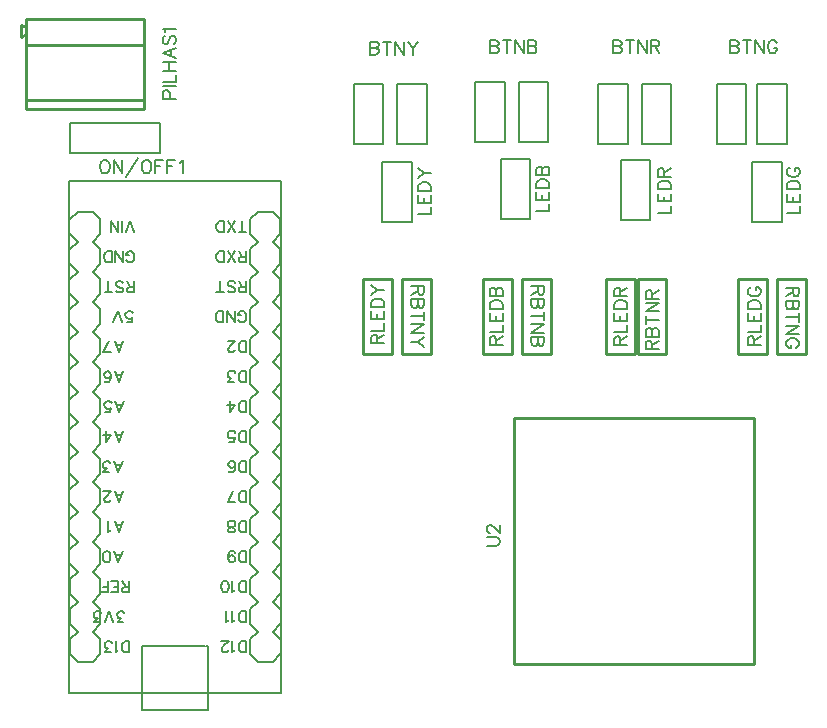
<source format=gto>
G04 Layer: TopSilkscreenLayer*
G04 EasyEDA v6.5.40, 2024-02-02 08:41:29*
G04 Gerber Generator version 0.2*
G04 Scale: 100 percent, Rotated: No, Reflected: No *
G04 Dimensions in millimeters *
G04 leading zeros omitted , absolute positions ,4 integer and 5 decimal *
%FSLAX45Y45*%
%MOMM*%

%ADD10C,0.1524*%
%ADD11C,0.1500*%
%ADD12C,0.2540*%
%ADD13C,0.2032*%
%ADD14C,0.1520*%
%ADD15C,0.0102*%

%LPD*%
D10*
X3974078Y1511307D02*
G01*
X4052056Y1511307D01*
X4067550Y1516387D01*
X4077964Y1526801D01*
X4083044Y1542549D01*
X4083044Y1552963D01*
X4077964Y1568457D01*
X4067550Y1578871D01*
X4052056Y1583951D01*
X3974078Y1583951D01*
X3999986Y1623575D02*
G01*
X3994906Y1623575D01*
X3984492Y1628655D01*
X3979158Y1633989D01*
X3974078Y1644403D01*
X3974078Y1664977D01*
X3979158Y1675391D01*
X3984492Y1680725D01*
X3994906Y1685805D01*
X4005320Y1685805D01*
X4015734Y1680725D01*
X4031228Y1670311D01*
X4083044Y1618241D01*
X4083044Y1691139D01*
X2996178Y3225807D02*
G01*
X3105144Y3225807D01*
X2996178Y3225807D02*
G01*
X2996178Y3272543D01*
X3001258Y3288037D01*
X3006592Y3293371D01*
X3017006Y3298451D01*
X3027420Y3298451D01*
X3037834Y3293371D01*
X3042914Y3288037D01*
X3047994Y3272543D01*
X3047994Y3225807D01*
X3047994Y3262129D02*
G01*
X3105144Y3298451D01*
X2996178Y3332741D02*
G01*
X3105144Y3332741D01*
X3105144Y3332741D02*
G01*
X3105144Y3395225D01*
X2996178Y3429515D02*
G01*
X3105144Y3429515D01*
X2996178Y3429515D02*
G01*
X2996178Y3497079D01*
X3047994Y3429515D02*
G01*
X3047994Y3470917D01*
X3105144Y3429515D02*
G01*
X3105144Y3497079D01*
X2996178Y3531369D02*
G01*
X3105144Y3531369D01*
X2996178Y3531369D02*
G01*
X2996178Y3567691D01*
X3001258Y3583185D01*
X3011672Y3593599D01*
X3022086Y3598933D01*
X3037834Y3604013D01*
X3063742Y3604013D01*
X3079236Y3598933D01*
X3089650Y3593599D01*
X3100064Y3583185D01*
X3105144Y3567691D01*
X3105144Y3531369D01*
X2996178Y3638303D02*
G01*
X3047994Y3679959D01*
X3105144Y3679959D01*
X2996178Y3721361D02*
G01*
X3047994Y3679959D01*
X5053568Y3213122D02*
G01*
X5162534Y3213122D01*
X5053568Y3213122D02*
G01*
X5053568Y3259858D01*
X5058648Y3275352D01*
X5063982Y3280686D01*
X5074396Y3285766D01*
X5084810Y3285766D01*
X5095224Y3280686D01*
X5100304Y3275352D01*
X5105384Y3259858D01*
X5105384Y3213122D01*
X5105384Y3249444D02*
G01*
X5162534Y3285766D01*
X5053568Y3320056D02*
G01*
X5162534Y3320056D01*
X5162534Y3320056D02*
G01*
X5162534Y3382540D01*
X5053568Y3416830D02*
G01*
X5162534Y3416830D01*
X5053568Y3416830D02*
G01*
X5053568Y3484394D01*
X5105384Y3416830D02*
G01*
X5105384Y3458232D01*
X5162534Y3416830D02*
G01*
X5162534Y3484394D01*
X5053568Y3518684D02*
G01*
X5162534Y3518684D01*
X5053568Y3518684D02*
G01*
X5053568Y3555006D01*
X5058648Y3570500D01*
X5069062Y3580914D01*
X5079476Y3586248D01*
X5095224Y3591328D01*
X5121132Y3591328D01*
X5136626Y3586248D01*
X5147040Y3580914D01*
X5157454Y3570500D01*
X5162534Y3555006D01*
X5162534Y3518684D01*
X5053568Y3625618D02*
G01*
X5162534Y3625618D01*
X5053568Y3625618D02*
G01*
X5053568Y3672354D01*
X5058648Y3688102D01*
X5063982Y3693182D01*
X5074396Y3698262D01*
X5084810Y3698262D01*
X5095224Y3693182D01*
X5100304Y3688102D01*
X5105384Y3672354D01*
X5105384Y3625618D01*
X5105384Y3661940D02*
G01*
X5162534Y3698262D01*
X6183878Y3213107D02*
G01*
X6292844Y3213107D01*
X6183878Y3213107D02*
G01*
X6183878Y3259843D01*
X6188958Y3275337D01*
X6194292Y3280671D01*
X6204706Y3285751D01*
X6215120Y3285751D01*
X6225534Y3280671D01*
X6230614Y3275337D01*
X6235694Y3259843D01*
X6235694Y3213107D01*
X6235694Y3249429D02*
G01*
X6292844Y3285751D01*
X6183878Y3320041D02*
G01*
X6292844Y3320041D01*
X6292844Y3320041D02*
G01*
X6292844Y3382525D01*
X6183878Y3416815D02*
G01*
X6292844Y3416815D01*
X6183878Y3416815D02*
G01*
X6183878Y3484379D01*
X6235694Y3416815D02*
G01*
X6235694Y3458217D01*
X6292844Y3416815D02*
G01*
X6292844Y3484379D01*
X6183878Y3518669D02*
G01*
X6292844Y3518669D01*
X6183878Y3518669D02*
G01*
X6183878Y3554991D01*
X6188958Y3570485D01*
X6199372Y3580899D01*
X6209786Y3586233D01*
X6225534Y3591313D01*
X6251442Y3591313D01*
X6266936Y3586233D01*
X6277350Y3580899D01*
X6287764Y3570485D01*
X6292844Y3554991D01*
X6292844Y3518669D01*
X6209786Y3703581D02*
G01*
X6199372Y3698247D01*
X6188958Y3688087D01*
X6183878Y3677673D01*
X6183878Y3656845D01*
X6188958Y3646431D01*
X6199372Y3636017D01*
X6209786Y3630937D01*
X6225534Y3625603D01*
X6251442Y3625603D01*
X6266936Y3630937D01*
X6277350Y3636017D01*
X6287764Y3646431D01*
X6292844Y3656845D01*
X6292844Y3677673D01*
X6287764Y3688087D01*
X6277350Y3698247D01*
X6266936Y3703581D01*
X6251442Y3703581D01*
X6251442Y3677673D02*
G01*
X6251442Y3703581D01*
X3999473Y3213115D02*
G01*
X4108439Y3213115D01*
X3999473Y3213115D02*
G01*
X3999473Y3259851D01*
X4004553Y3275345D01*
X4009887Y3280679D01*
X4020301Y3285759D01*
X4030715Y3285759D01*
X4041129Y3280679D01*
X4046209Y3275345D01*
X4051289Y3259851D01*
X4051289Y3213115D01*
X4051289Y3249437D02*
G01*
X4108439Y3285759D01*
X3999473Y3320049D02*
G01*
X4108439Y3320049D01*
X4108439Y3320049D02*
G01*
X4108439Y3382533D01*
X3999473Y3416823D02*
G01*
X4108439Y3416823D01*
X3999473Y3416823D02*
G01*
X3999473Y3484387D01*
X4051289Y3416823D02*
G01*
X4051289Y3458225D01*
X4108439Y3416823D02*
G01*
X4108439Y3484387D01*
X3999473Y3518677D02*
G01*
X4108439Y3518677D01*
X3999473Y3518677D02*
G01*
X3999473Y3554999D01*
X4004553Y3570493D01*
X4014967Y3580907D01*
X4025381Y3586241D01*
X4041129Y3591321D01*
X4067037Y3591321D01*
X4082531Y3586241D01*
X4092945Y3580907D01*
X4103359Y3570493D01*
X4108439Y3554999D01*
X4108439Y3518677D01*
X3999473Y3625611D02*
G01*
X4108439Y3625611D01*
X3999473Y3625611D02*
G01*
X3999473Y3672347D01*
X4004553Y3688095D01*
X4009887Y3693175D01*
X4020301Y3698255D01*
X4030715Y3698255D01*
X4041129Y3693175D01*
X4046209Y3688095D01*
X4051289Y3672347D01*
X4051289Y3625611D02*
G01*
X4051289Y3672347D01*
X4056623Y3688095D01*
X4061703Y3693175D01*
X4072117Y3698255D01*
X4087865Y3698255D01*
X4098279Y3693175D01*
X4103359Y3688095D01*
X4108439Y3672347D01*
X4108439Y3625611D01*
X3442705Y3708415D02*
G01*
X3333739Y3708415D01*
X3442705Y3708415D02*
G01*
X3442705Y3661679D01*
X3437625Y3646185D01*
X3432291Y3640851D01*
X3421877Y3635771D01*
X3411463Y3635771D01*
X3401049Y3640851D01*
X3395969Y3646185D01*
X3390889Y3661679D01*
X3390889Y3708415D01*
X3390889Y3672093D02*
G01*
X3333739Y3635771D01*
X3442705Y3601481D02*
G01*
X3333739Y3601481D01*
X3442705Y3601481D02*
G01*
X3442705Y3554745D01*
X3437625Y3538997D01*
X3432291Y3533917D01*
X3421877Y3528583D01*
X3411463Y3528583D01*
X3401049Y3533917D01*
X3395969Y3538997D01*
X3390889Y3554745D01*
X3390889Y3601481D02*
G01*
X3390889Y3554745D01*
X3385555Y3538997D01*
X3380475Y3533917D01*
X3370061Y3528583D01*
X3354313Y3528583D01*
X3343899Y3533917D01*
X3338819Y3538997D01*
X3333739Y3554745D01*
X3333739Y3601481D01*
X3442705Y3457971D02*
G01*
X3333739Y3457971D01*
X3442705Y3494293D02*
G01*
X3442705Y3421649D01*
X3442705Y3387359D02*
G01*
X3333739Y3387359D01*
X3442705Y3387359D02*
G01*
X3333739Y3314715D01*
X3442705Y3314715D02*
G01*
X3333739Y3314715D01*
X3442705Y3280425D02*
G01*
X3390889Y3238769D01*
X3333739Y3238769D01*
X3442705Y3197113D02*
G01*
X3390889Y3238769D01*
X5320268Y3175022D02*
G01*
X5429234Y3175022D01*
X5320268Y3175022D02*
G01*
X5320268Y3221758D01*
X5325348Y3237252D01*
X5330682Y3242586D01*
X5341096Y3247666D01*
X5351510Y3247666D01*
X5361924Y3242586D01*
X5367004Y3237252D01*
X5372084Y3221758D01*
X5372084Y3175022D01*
X5372084Y3211344D02*
G01*
X5429234Y3247666D01*
X5320268Y3281956D02*
G01*
X5429234Y3281956D01*
X5320268Y3281956D02*
G01*
X5320268Y3328692D01*
X5325348Y3344440D01*
X5330682Y3349520D01*
X5341096Y3354854D01*
X5351510Y3354854D01*
X5361924Y3349520D01*
X5367004Y3344440D01*
X5372084Y3328692D01*
X5372084Y3281956D02*
G01*
X5372084Y3328692D01*
X5377418Y3344440D01*
X5382498Y3349520D01*
X5392912Y3354854D01*
X5408660Y3354854D01*
X5419074Y3349520D01*
X5424154Y3344440D01*
X5429234Y3328692D01*
X5429234Y3281956D01*
X5320268Y3425466D02*
G01*
X5429234Y3425466D01*
X5320268Y3389144D02*
G01*
X5320268Y3461788D01*
X5320268Y3496078D02*
G01*
X5429234Y3496078D01*
X5320268Y3496078D02*
G01*
X5429234Y3568722D01*
X5320268Y3568722D02*
G01*
X5429234Y3568722D01*
X5320268Y3603012D02*
G01*
X5429234Y3603012D01*
X5320268Y3603012D02*
G01*
X5320268Y3650002D01*
X5325348Y3665496D01*
X5330682Y3670576D01*
X5341096Y3675910D01*
X5351510Y3675910D01*
X5361924Y3670576D01*
X5367004Y3665496D01*
X5372084Y3650002D01*
X5372084Y3603012D01*
X5372084Y3639588D02*
G01*
X5429234Y3675910D01*
X6617710Y3695707D02*
G01*
X6508744Y3695707D01*
X6617710Y3695707D02*
G01*
X6617710Y3648971D01*
X6612630Y3633477D01*
X6607296Y3628143D01*
X6596882Y3623063D01*
X6586468Y3623063D01*
X6576054Y3628143D01*
X6570974Y3633477D01*
X6565894Y3648971D01*
X6565894Y3695707D01*
X6565894Y3659385D02*
G01*
X6508744Y3623063D01*
X6617710Y3588773D02*
G01*
X6508744Y3588773D01*
X6617710Y3588773D02*
G01*
X6617710Y3542037D01*
X6612630Y3526289D01*
X6607296Y3521209D01*
X6596882Y3515875D01*
X6586468Y3515875D01*
X6576054Y3521209D01*
X6570974Y3526289D01*
X6565894Y3542037D01*
X6565894Y3588773D02*
G01*
X6565894Y3542037D01*
X6560560Y3526289D01*
X6555480Y3521209D01*
X6545066Y3515875D01*
X6529318Y3515875D01*
X6518904Y3521209D01*
X6513824Y3526289D01*
X6508744Y3542037D01*
X6508744Y3588773D01*
X6617710Y3445263D02*
G01*
X6508744Y3445263D01*
X6617710Y3481585D02*
G01*
X6617710Y3408941D01*
X6617710Y3374651D02*
G01*
X6508744Y3374651D01*
X6617710Y3374651D02*
G01*
X6508744Y3302007D01*
X6617710Y3302007D02*
G01*
X6508744Y3302007D01*
X6591802Y3189739D02*
G01*
X6602216Y3194819D01*
X6612630Y3205233D01*
X6617710Y3215647D01*
X6617710Y3236475D01*
X6612630Y3246889D01*
X6602216Y3257303D01*
X6591802Y3262383D01*
X6576054Y3267717D01*
X6550146Y3267717D01*
X6534652Y3262383D01*
X6524238Y3257303D01*
X6513824Y3246889D01*
X6508744Y3236475D01*
X6508744Y3215647D01*
X6513824Y3205233D01*
X6524238Y3194819D01*
X6534652Y3189739D01*
X6550146Y3189739D01*
X6550146Y3215647D02*
G01*
X6550146Y3189739D01*
X4458705Y3708415D02*
G01*
X4349739Y3708415D01*
X4458705Y3708415D02*
G01*
X4458705Y3661679D01*
X4453625Y3646185D01*
X4448291Y3640851D01*
X4437877Y3635771D01*
X4427463Y3635771D01*
X4417049Y3640851D01*
X4411969Y3646185D01*
X4406889Y3661679D01*
X4406889Y3708415D01*
X4406889Y3672093D02*
G01*
X4349739Y3635771D01*
X4458705Y3601481D02*
G01*
X4349739Y3601481D01*
X4458705Y3601481D02*
G01*
X4458705Y3554745D01*
X4453625Y3538997D01*
X4448291Y3533917D01*
X4437877Y3528583D01*
X4427463Y3528583D01*
X4417049Y3533917D01*
X4411969Y3538997D01*
X4406889Y3554745D01*
X4406889Y3601481D02*
G01*
X4406889Y3554745D01*
X4401555Y3538997D01*
X4396475Y3533917D01*
X4386061Y3528583D01*
X4370313Y3528583D01*
X4359899Y3533917D01*
X4354819Y3538997D01*
X4349739Y3554745D01*
X4349739Y3601481D01*
X4458705Y3457971D02*
G01*
X4349739Y3457971D01*
X4458705Y3494293D02*
G01*
X4458705Y3421649D01*
X4458705Y3387359D02*
G01*
X4349739Y3387359D01*
X4458705Y3387359D02*
G01*
X4349739Y3314715D01*
X4458705Y3314715D02*
G01*
X4349739Y3314715D01*
X4458705Y3280425D02*
G01*
X4349739Y3280425D01*
X4458705Y3280425D02*
G01*
X4458705Y3233435D01*
X4453625Y3217941D01*
X4448291Y3212861D01*
X4437877Y3207527D01*
X4427463Y3207527D01*
X4417049Y3212861D01*
X4411969Y3217941D01*
X4406889Y3233435D01*
X4406889Y3280425D02*
G01*
X4406889Y3233435D01*
X4401555Y3217941D01*
X4396475Y3212861D01*
X4386061Y3207527D01*
X4370313Y3207527D01*
X4359899Y3212861D01*
X4354819Y3217941D01*
X4349739Y3233435D01*
X4349739Y3280425D01*
X3389863Y4317997D02*
G01*
X3498829Y4317997D01*
X3498829Y4317997D02*
G01*
X3498829Y4380227D01*
X3389863Y4414517D02*
G01*
X3498829Y4414517D01*
X3389863Y4414517D02*
G01*
X3389863Y4482081D01*
X3441679Y4414517D02*
G01*
X3441679Y4456173D01*
X3498829Y4414517D02*
G01*
X3498829Y4482081D01*
X3389863Y4516371D02*
G01*
X3498829Y4516371D01*
X3389863Y4516371D02*
G01*
X3389863Y4552947D01*
X3394943Y4568441D01*
X3405357Y4578855D01*
X3415771Y4583935D01*
X3431519Y4589269D01*
X3457427Y4589269D01*
X3472921Y4583935D01*
X3483335Y4578855D01*
X3493749Y4568441D01*
X3498829Y4552947D01*
X3498829Y4516371D01*
X3389863Y4623559D02*
G01*
X3441679Y4664961D01*
X3498829Y4664961D01*
X3389863Y4706617D02*
G01*
X3441679Y4664961D01*
X5421878Y4330707D02*
G01*
X5530844Y4330707D01*
X5530844Y4330707D02*
G01*
X5530844Y4392937D01*
X5421878Y4427227D02*
G01*
X5530844Y4427227D01*
X5421878Y4427227D02*
G01*
X5421878Y4494791D01*
X5473694Y4427227D02*
G01*
X5473694Y4468883D01*
X5530844Y4427227D02*
G01*
X5530844Y4494791D01*
X5421878Y4529081D02*
G01*
X5530844Y4529081D01*
X5421878Y4529081D02*
G01*
X5421878Y4565657D01*
X5426958Y4581151D01*
X5437372Y4591565D01*
X5447786Y4596645D01*
X5463534Y4601979D01*
X5489442Y4601979D01*
X5504936Y4596645D01*
X5515350Y4591565D01*
X5525764Y4581151D01*
X5530844Y4565657D01*
X5530844Y4529081D01*
X5421878Y4636269D02*
G01*
X5530844Y4636269D01*
X5421878Y4636269D02*
G01*
X5421878Y4683005D01*
X5426958Y4698499D01*
X5432292Y4703833D01*
X5442706Y4708913D01*
X5453120Y4708913D01*
X5463534Y4703833D01*
X5468614Y4698499D01*
X5473694Y4683005D01*
X5473694Y4636269D01*
X5473694Y4672591D02*
G01*
X5530844Y4708913D01*
X6514061Y4330684D02*
G01*
X6623027Y4330684D01*
X6623027Y4330684D02*
G01*
X6623027Y4392914D01*
X6514061Y4427204D02*
G01*
X6623027Y4427204D01*
X6514061Y4427204D02*
G01*
X6514061Y4494768D01*
X6565877Y4427204D02*
G01*
X6565877Y4468860D01*
X6623027Y4427204D02*
G01*
X6623027Y4494768D01*
X6514061Y4529058D02*
G01*
X6623027Y4529058D01*
X6514061Y4529058D02*
G01*
X6514061Y4565634D01*
X6519141Y4581128D01*
X6529555Y4591542D01*
X6539969Y4596622D01*
X6555717Y4601956D01*
X6581625Y4601956D01*
X6597119Y4596622D01*
X6607533Y4591542D01*
X6617947Y4581128D01*
X6623027Y4565634D01*
X6623027Y4529058D01*
X6539969Y4714224D02*
G01*
X6529555Y4708890D01*
X6519141Y4698476D01*
X6514061Y4688062D01*
X6514061Y4667234D01*
X6519141Y4657074D01*
X6529555Y4646660D01*
X6539969Y4641326D01*
X6555717Y4636246D01*
X6581625Y4636246D01*
X6597119Y4641326D01*
X6607533Y4646660D01*
X6617947Y4657074D01*
X6623027Y4667234D01*
X6623027Y4688062D01*
X6617947Y4698476D01*
X6607533Y4708890D01*
X6597119Y4714224D01*
X6581625Y4714224D01*
X6581625Y4688062D02*
G01*
X6581625Y4714224D01*
X4393178Y4343407D02*
G01*
X4502144Y4343407D01*
X4502144Y4343407D02*
G01*
X4502144Y4405637D01*
X4393178Y4439927D02*
G01*
X4502144Y4439927D01*
X4393178Y4439927D02*
G01*
X4393178Y4507491D01*
X4444994Y4439927D02*
G01*
X4444994Y4481583D01*
X4502144Y4439927D02*
G01*
X4502144Y4507491D01*
X4393178Y4541781D02*
G01*
X4502144Y4541781D01*
X4393178Y4541781D02*
G01*
X4393178Y4578357D01*
X4398258Y4593851D01*
X4408672Y4604265D01*
X4419086Y4609345D01*
X4434834Y4614679D01*
X4460742Y4614679D01*
X4476236Y4609345D01*
X4486650Y4604265D01*
X4497064Y4593851D01*
X4502144Y4578357D01*
X4502144Y4541781D01*
X4393178Y4648969D02*
G01*
X4502144Y4648969D01*
X4393178Y4648969D02*
G01*
X4393178Y4695705D01*
X4398258Y4711199D01*
X4403592Y4716533D01*
X4414006Y4721613D01*
X4424420Y4721613D01*
X4434834Y4716533D01*
X4439914Y4711199D01*
X4444994Y4695705D01*
X4444994Y4648969D02*
G01*
X4444994Y4695705D01*
X4450328Y4711199D01*
X4455408Y4716533D01*
X4465822Y4721613D01*
X4481570Y4721613D01*
X4491984Y4716533D01*
X4497064Y4711199D01*
X4502144Y4695705D01*
X4502144Y4648969D01*
X2984479Y5779513D02*
G01*
X2984479Y5670547D01*
X2984479Y5779513D02*
G01*
X3031215Y5779513D01*
X3046709Y5774433D01*
X3052043Y5769099D01*
X3057123Y5758685D01*
X3057123Y5748271D01*
X3052043Y5737857D01*
X3046709Y5732777D01*
X3031215Y5727697D01*
X2984479Y5727697D02*
G01*
X3031215Y5727697D01*
X3046709Y5722363D01*
X3052043Y5717283D01*
X3057123Y5706869D01*
X3057123Y5691121D01*
X3052043Y5680707D01*
X3046709Y5675627D01*
X3031215Y5670547D01*
X2984479Y5670547D01*
X3127989Y5779513D02*
G01*
X3127989Y5670547D01*
X3091413Y5779513D02*
G01*
X3164311Y5779513D01*
X3198601Y5779513D02*
G01*
X3198601Y5670547D01*
X3198601Y5779513D02*
G01*
X3271245Y5670547D01*
X3271245Y5779513D02*
G01*
X3271245Y5670547D01*
X3305535Y5779513D02*
G01*
X3347191Y5727697D01*
X3347191Y5670547D01*
X3388593Y5779513D02*
G01*
X3347191Y5727697D01*
X5041879Y5792213D02*
G01*
X5041879Y5683247D01*
X5041879Y5792213D02*
G01*
X5088615Y5792213D01*
X5104109Y5787133D01*
X5109443Y5781799D01*
X5114523Y5771385D01*
X5114523Y5760971D01*
X5109443Y5750557D01*
X5104109Y5745477D01*
X5088615Y5740397D01*
X5041879Y5740397D02*
G01*
X5088615Y5740397D01*
X5104109Y5735063D01*
X5109443Y5729983D01*
X5114523Y5719569D01*
X5114523Y5703821D01*
X5109443Y5693407D01*
X5104109Y5688327D01*
X5088615Y5683247D01*
X5041879Y5683247D01*
X5185389Y5792213D02*
G01*
X5185389Y5683247D01*
X5148813Y5792213D02*
G01*
X5221711Y5792213D01*
X5256001Y5792213D02*
G01*
X5256001Y5683247D01*
X5256001Y5792213D02*
G01*
X5328645Y5683247D01*
X5328645Y5792213D02*
G01*
X5328645Y5683247D01*
X5362935Y5792213D02*
G01*
X5362935Y5683247D01*
X5362935Y5792213D02*
G01*
X5409671Y5792213D01*
X5425419Y5787133D01*
X5430499Y5781799D01*
X5435579Y5771385D01*
X5435579Y5760971D01*
X5430499Y5750557D01*
X5425419Y5745477D01*
X5409671Y5740397D01*
X5362935Y5740397D01*
X5399257Y5740397D02*
G01*
X5435579Y5683247D01*
X6032479Y5792213D02*
G01*
X6032479Y5683247D01*
X6032479Y5792213D02*
G01*
X6079215Y5792213D01*
X6094709Y5787133D01*
X6100043Y5781799D01*
X6105123Y5771385D01*
X6105123Y5760971D01*
X6100043Y5750557D01*
X6094709Y5745477D01*
X6079215Y5740397D01*
X6032479Y5740397D02*
G01*
X6079215Y5740397D01*
X6094709Y5735063D01*
X6100043Y5729983D01*
X6105123Y5719569D01*
X6105123Y5703821D01*
X6100043Y5693407D01*
X6094709Y5688327D01*
X6079215Y5683247D01*
X6032479Y5683247D01*
X6175989Y5792213D02*
G01*
X6175989Y5683247D01*
X6139413Y5792213D02*
G01*
X6212311Y5792213D01*
X6246601Y5792213D02*
G01*
X6246601Y5683247D01*
X6246601Y5792213D02*
G01*
X6319245Y5683247D01*
X6319245Y5792213D02*
G01*
X6319245Y5683247D01*
X6431513Y5766305D02*
G01*
X6426179Y5776719D01*
X6416019Y5787133D01*
X6405605Y5792213D01*
X6384777Y5792213D01*
X6374363Y5787133D01*
X6363949Y5776719D01*
X6358869Y5766305D01*
X6353535Y5750557D01*
X6353535Y5724649D01*
X6358869Y5709155D01*
X6363949Y5698741D01*
X6374363Y5688327D01*
X6384777Y5683247D01*
X6405605Y5683247D01*
X6416019Y5688327D01*
X6426179Y5698741D01*
X6431513Y5709155D01*
X6431513Y5724649D01*
X6405605Y5724649D02*
G01*
X6431513Y5724649D01*
X4000479Y5792213D02*
G01*
X4000479Y5683247D01*
X4000479Y5792213D02*
G01*
X4047215Y5792213D01*
X4062709Y5787133D01*
X4068043Y5781799D01*
X4073123Y5771385D01*
X4073123Y5760971D01*
X4068043Y5750557D01*
X4062709Y5745477D01*
X4047215Y5740397D01*
X4000479Y5740397D02*
G01*
X4047215Y5740397D01*
X4062709Y5735063D01*
X4068043Y5729983D01*
X4073123Y5719569D01*
X4073123Y5703821D01*
X4068043Y5693407D01*
X4062709Y5688327D01*
X4047215Y5683247D01*
X4000479Y5683247D01*
X4143989Y5792213D02*
G01*
X4143989Y5683247D01*
X4107413Y5792213D02*
G01*
X4180311Y5792213D01*
X4214601Y5792213D02*
G01*
X4214601Y5683247D01*
X4214601Y5792213D02*
G01*
X4287245Y5683247D01*
X4287245Y5792213D02*
G01*
X4287245Y5683247D01*
X4321535Y5792213D02*
G01*
X4321535Y5683247D01*
X4321535Y5792213D02*
G01*
X4368271Y5792213D01*
X4384019Y5787133D01*
X4389099Y5781799D01*
X4394179Y5771385D01*
X4394179Y5760971D01*
X4389099Y5750557D01*
X4384019Y5745477D01*
X4368271Y5740397D01*
X4321535Y5740397D02*
G01*
X4368271Y5740397D01*
X4384019Y5735063D01*
X4389099Y5729983D01*
X4394179Y5719569D01*
X4394179Y5703821D01*
X4389099Y5693407D01*
X4384019Y5688327D01*
X4368271Y5683247D01*
X4321535Y5683247D01*
X729742Y4776215D02*
G01*
X719328Y4771135D01*
X708914Y4760721D01*
X703580Y4750307D01*
X698500Y4734559D01*
X698500Y4708651D01*
X703580Y4693157D01*
X708914Y4682743D01*
X719328Y4672329D01*
X729742Y4667250D01*
X750570Y4667250D01*
X760730Y4672329D01*
X771144Y4682743D01*
X776478Y4693157D01*
X781558Y4708651D01*
X781558Y4734559D01*
X776478Y4750307D01*
X771144Y4760721D01*
X760730Y4771135D01*
X750570Y4776215D01*
X729742Y4776215D01*
X815848Y4776215D02*
G01*
X815848Y4667250D01*
X815848Y4776215D02*
G01*
X888746Y4667250D01*
X888746Y4776215D02*
G01*
X888746Y4667250D01*
X1016508Y4797043D02*
G01*
X923036Y4630673D01*
X1082040Y4776215D02*
G01*
X1071626Y4771135D01*
X1061212Y4760721D01*
X1055878Y4750307D01*
X1050798Y4734559D01*
X1050798Y4708651D01*
X1055878Y4693157D01*
X1061212Y4682743D01*
X1071626Y4672329D01*
X1082040Y4667250D01*
X1102614Y4667250D01*
X1113028Y4672329D01*
X1123442Y4682743D01*
X1128776Y4693157D01*
X1133856Y4708651D01*
X1133856Y4734559D01*
X1128776Y4750307D01*
X1123442Y4760721D01*
X1113028Y4771135D01*
X1102614Y4776215D01*
X1082040Y4776215D01*
X1168146Y4776215D02*
G01*
X1168146Y4667250D01*
X1168146Y4776215D02*
G01*
X1235710Y4776215D01*
X1168146Y4724400D02*
G01*
X1209802Y4724400D01*
X1270000Y4776215D02*
G01*
X1270000Y4667250D01*
X1270000Y4776215D02*
G01*
X1337564Y4776215D01*
X1270000Y4724400D02*
G01*
X1311656Y4724400D01*
X1371854Y4755387D02*
G01*
X1382268Y4760721D01*
X1397762Y4776215D01*
X1397762Y4667250D01*
X1230960Y5296001D02*
G01*
X1339926Y5296001D01*
X1230960Y5296001D02*
G01*
X1230960Y5342737D01*
X1236040Y5358231D01*
X1241374Y5363565D01*
X1251534Y5368645D01*
X1267282Y5368645D01*
X1277696Y5363565D01*
X1282776Y5358231D01*
X1288110Y5342737D01*
X1288110Y5296001D01*
X1230960Y5402935D02*
G01*
X1339926Y5402935D01*
X1230960Y5437225D02*
G01*
X1339926Y5437225D01*
X1339926Y5437225D02*
G01*
X1339926Y5499455D01*
X1230960Y5533745D02*
G01*
X1339926Y5533745D01*
X1230960Y5606643D02*
G01*
X1339926Y5606643D01*
X1282776Y5533745D02*
G01*
X1282776Y5606643D01*
X1230960Y5682335D02*
G01*
X1339926Y5640933D01*
X1230960Y5682335D02*
G01*
X1339926Y5723991D01*
X1303604Y5656427D02*
G01*
X1303604Y5708497D01*
X1246454Y5830925D02*
G01*
X1236040Y5820765D01*
X1230960Y5805017D01*
X1230960Y5784189D01*
X1236040Y5768695D01*
X1246454Y5758281D01*
X1256868Y5758281D01*
X1267282Y5763615D01*
X1272362Y5768695D01*
X1277696Y5779109D01*
X1288110Y5810351D01*
X1293190Y5820765D01*
X1298524Y5825845D01*
X1308684Y5830925D01*
X1324432Y5830925D01*
X1334846Y5820765D01*
X1339926Y5805017D01*
X1339926Y5784189D01*
X1334846Y5768695D01*
X1324432Y5758281D01*
X1251534Y5865215D02*
G01*
X1246454Y5875629D01*
X1230960Y5891377D01*
X1339926Y5891377D01*
D11*
X1935993Y611141D02*
G01*
X1935993Y706645D01*
X1935993Y611141D02*
G01*
X1903989Y611141D01*
X1890527Y615713D01*
X1881383Y624857D01*
X1876811Y633747D01*
X1872239Y647463D01*
X1872239Y670323D01*
X1876811Y683785D01*
X1881383Y692929D01*
X1890527Y702073D01*
X1903989Y706645D01*
X1935993Y706645D01*
X1842267Y629429D02*
G01*
X1833123Y624857D01*
X1819661Y611141D01*
X1819661Y706645D01*
X1785117Y633747D02*
G01*
X1785117Y629429D01*
X1780545Y620285D01*
X1775973Y615713D01*
X1766829Y611141D01*
X1748541Y611141D01*
X1739651Y615713D01*
X1735079Y620285D01*
X1730507Y629429D01*
X1730507Y638319D01*
X1735079Y647463D01*
X1744223Y661179D01*
X1789435Y706645D01*
X1725935Y706645D01*
X1935993Y865141D02*
G01*
X1935993Y960645D01*
X1935993Y865141D02*
G01*
X1903989Y865141D01*
X1890527Y869713D01*
X1881383Y878857D01*
X1876811Y887747D01*
X1872239Y901463D01*
X1872239Y924323D01*
X1876811Y937785D01*
X1881383Y946929D01*
X1890527Y956073D01*
X1903989Y960645D01*
X1935993Y960645D01*
X1842267Y883429D02*
G01*
X1833123Y878857D01*
X1819661Y865141D01*
X1819661Y960645D01*
X1789435Y883429D02*
G01*
X1780545Y878857D01*
X1766829Y865141D01*
X1766829Y960645D01*
X1935993Y1119141D02*
G01*
X1935993Y1214645D01*
X1935993Y1119141D02*
G01*
X1903989Y1119141D01*
X1890527Y1123713D01*
X1881383Y1132857D01*
X1876811Y1141747D01*
X1872239Y1155463D01*
X1872239Y1178323D01*
X1876811Y1191785D01*
X1881383Y1200929D01*
X1890527Y1210073D01*
X1903989Y1214645D01*
X1935993Y1214645D01*
X1842267Y1137429D02*
G01*
X1833123Y1132857D01*
X1819661Y1119141D01*
X1819661Y1214645D01*
X1762257Y1119141D02*
G01*
X1775973Y1123713D01*
X1785117Y1137429D01*
X1789435Y1160035D01*
X1789435Y1173751D01*
X1785117Y1196357D01*
X1775973Y1210073D01*
X1762257Y1214645D01*
X1753113Y1214645D01*
X1739651Y1210073D01*
X1730507Y1196357D01*
X1725935Y1173751D01*
X1725935Y1160035D01*
X1730507Y1137429D01*
X1739651Y1123713D01*
X1753113Y1119141D01*
X1762257Y1119141D01*
X1935993Y1373141D02*
G01*
X1935993Y1468645D01*
X1935993Y1373141D02*
G01*
X1903989Y1373141D01*
X1890527Y1377713D01*
X1881383Y1386857D01*
X1876811Y1395747D01*
X1872239Y1409463D01*
X1872239Y1432323D01*
X1876811Y1445785D01*
X1881383Y1454929D01*
X1890527Y1464073D01*
X1903989Y1468645D01*
X1935993Y1468645D01*
X1783085Y1404891D02*
G01*
X1787657Y1418607D01*
X1796801Y1427751D01*
X1810517Y1432323D01*
X1815089Y1432323D01*
X1828551Y1427751D01*
X1837695Y1418607D01*
X1842267Y1404891D01*
X1842267Y1400319D01*
X1837695Y1386857D01*
X1828551Y1377713D01*
X1815089Y1373141D01*
X1810517Y1373141D01*
X1796801Y1377713D01*
X1787657Y1386857D01*
X1783085Y1404891D01*
X1783085Y1427751D01*
X1787657Y1450357D01*
X1796801Y1464073D01*
X1810517Y1468645D01*
X1819661Y1468645D01*
X1833123Y1464073D01*
X1837695Y1454929D01*
X1935993Y1627141D02*
G01*
X1935993Y1722645D01*
X1935993Y1627141D02*
G01*
X1903989Y1627141D01*
X1890527Y1631713D01*
X1881383Y1640857D01*
X1876811Y1649747D01*
X1872239Y1663463D01*
X1872239Y1686323D01*
X1876811Y1699785D01*
X1881383Y1708929D01*
X1890527Y1718073D01*
X1903989Y1722645D01*
X1935993Y1722645D01*
X1819661Y1627141D02*
G01*
X1833123Y1631713D01*
X1837695Y1640857D01*
X1837695Y1649747D01*
X1833123Y1658891D01*
X1823979Y1663463D01*
X1805945Y1668035D01*
X1792229Y1672607D01*
X1783085Y1681751D01*
X1778767Y1690895D01*
X1778767Y1704357D01*
X1783085Y1713501D01*
X1787657Y1718073D01*
X1801373Y1722645D01*
X1819661Y1722645D01*
X1833123Y1718073D01*
X1837695Y1713501D01*
X1842267Y1704357D01*
X1842267Y1690895D01*
X1837695Y1681751D01*
X1828551Y1672607D01*
X1815089Y1668035D01*
X1796801Y1663463D01*
X1787657Y1658891D01*
X1783085Y1649747D01*
X1783085Y1640857D01*
X1787657Y1631713D01*
X1801373Y1627141D01*
X1819661Y1627141D01*
X1935993Y1881141D02*
G01*
X1935993Y1976645D01*
X1935993Y1881141D02*
G01*
X1903989Y1881141D01*
X1890527Y1885713D01*
X1881383Y1894857D01*
X1876811Y1903747D01*
X1872239Y1917463D01*
X1872239Y1940323D01*
X1876811Y1953785D01*
X1881383Y1962929D01*
X1890527Y1972073D01*
X1903989Y1976645D01*
X1935993Y1976645D01*
X1778767Y1881141D02*
G01*
X1823979Y1976645D01*
X1842267Y1881141D02*
G01*
X1778767Y1881141D01*
X1935993Y2135141D02*
G01*
X1935993Y2230645D01*
X1935993Y2135141D02*
G01*
X1903989Y2135141D01*
X1890527Y2139713D01*
X1881383Y2148857D01*
X1876811Y2157747D01*
X1872239Y2171463D01*
X1872239Y2194323D01*
X1876811Y2207785D01*
X1881383Y2216929D01*
X1890527Y2226073D01*
X1903989Y2230645D01*
X1935993Y2230645D01*
X1787657Y2148857D02*
G01*
X1792229Y2139713D01*
X1805945Y2135141D01*
X1815089Y2135141D01*
X1828551Y2139713D01*
X1837695Y2153429D01*
X1842267Y2176035D01*
X1842267Y2198895D01*
X1837695Y2216929D01*
X1828551Y2226073D01*
X1815089Y2230645D01*
X1810517Y2230645D01*
X1796801Y2226073D01*
X1787657Y2216929D01*
X1783085Y2203213D01*
X1783085Y2198895D01*
X1787657Y2185179D01*
X1796801Y2176035D01*
X1810517Y2171463D01*
X1815089Y2171463D01*
X1828551Y2176035D01*
X1837695Y2185179D01*
X1842267Y2198895D01*
X1935993Y2389141D02*
G01*
X1935993Y2484645D01*
X1935993Y2389141D02*
G01*
X1903989Y2389141D01*
X1890527Y2393713D01*
X1881383Y2402857D01*
X1876811Y2411747D01*
X1872239Y2425463D01*
X1872239Y2448323D01*
X1876811Y2461785D01*
X1881383Y2470929D01*
X1890527Y2480073D01*
X1903989Y2484645D01*
X1935993Y2484645D01*
X1787657Y2389141D02*
G01*
X1833123Y2389141D01*
X1837695Y2430035D01*
X1833123Y2425463D01*
X1819661Y2420891D01*
X1805945Y2420891D01*
X1792229Y2425463D01*
X1783085Y2434607D01*
X1778767Y2448323D01*
X1778767Y2457213D01*
X1783085Y2470929D01*
X1792229Y2480073D01*
X1805945Y2484645D01*
X1819661Y2484645D01*
X1833123Y2480073D01*
X1837695Y2475501D01*
X1842267Y2466357D01*
X1935993Y2643141D02*
G01*
X1935993Y2738645D01*
X1935993Y2643141D02*
G01*
X1903989Y2643141D01*
X1890527Y2647713D01*
X1881383Y2656857D01*
X1876811Y2665747D01*
X1872239Y2679463D01*
X1872239Y2702323D01*
X1876811Y2715785D01*
X1881383Y2724929D01*
X1890527Y2734073D01*
X1903989Y2738645D01*
X1935993Y2738645D01*
X1796801Y2643141D02*
G01*
X1842267Y2706895D01*
X1774195Y2706895D01*
X1796801Y2643141D02*
G01*
X1796801Y2738645D01*
X1935993Y2897141D02*
G01*
X1935993Y2992645D01*
X1935993Y2897141D02*
G01*
X1903989Y2897141D01*
X1890527Y2901713D01*
X1881383Y2910857D01*
X1876811Y2919747D01*
X1872239Y2933463D01*
X1872239Y2956323D01*
X1876811Y2969785D01*
X1881383Y2978929D01*
X1890527Y2988073D01*
X1903989Y2992645D01*
X1935993Y2992645D01*
X1833123Y2897141D02*
G01*
X1783085Y2897141D01*
X1810517Y2933463D01*
X1796801Y2933463D01*
X1787657Y2938035D01*
X1783085Y2942607D01*
X1778767Y2956323D01*
X1778767Y2965213D01*
X1783085Y2978929D01*
X1792229Y2988073D01*
X1805945Y2992645D01*
X1819661Y2992645D01*
X1833123Y2988073D01*
X1837695Y2983501D01*
X1842267Y2974357D01*
X1935993Y3151141D02*
G01*
X1935993Y3246645D01*
X1935993Y3151141D02*
G01*
X1903989Y3151141D01*
X1890527Y3155713D01*
X1881383Y3164857D01*
X1876811Y3173747D01*
X1872239Y3187463D01*
X1872239Y3210323D01*
X1876811Y3223785D01*
X1881383Y3232929D01*
X1890527Y3242073D01*
X1903989Y3246645D01*
X1935993Y3246645D01*
X1837695Y3173747D02*
G01*
X1837695Y3169429D01*
X1833123Y3160285D01*
X1828551Y3155713D01*
X1819661Y3151141D01*
X1801373Y3151141D01*
X1792229Y3155713D01*
X1787657Y3160285D01*
X1783085Y3169429D01*
X1783085Y3178319D01*
X1787657Y3187463D01*
X1796801Y3201179D01*
X1842267Y3246645D01*
X1778767Y3246645D01*
X1867667Y3427747D02*
G01*
X1872239Y3418857D01*
X1881383Y3409713D01*
X1890527Y3405141D01*
X1908561Y3405141D01*
X1917705Y3409713D01*
X1926849Y3418857D01*
X1931421Y3427747D01*
X1935993Y3441463D01*
X1935993Y3464323D01*
X1931421Y3477785D01*
X1926849Y3486929D01*
X1917705Y3496073D01*
X1908561Y3500645D01*
X1890527Y3500645D01*
X1881383Y3496073D01*
X1872239Y3486929D01*
X1867667Y3477785D01*
X1867667Y3464323D01*
X1890527Y3464323D02*
G01*
X1867667Y3464323D01*
X1837695Y3405141D02*
G01*
X1837695Y3500645D01*
X1837695Y3405141D02*
G01*
X1774195Y3500645D01*
X1774195Y3405141D02*
G01*
X1774195Y3500645D01*
X1744223Y3405141D02*
G01*
X1744223Y3500645D01*
X1744223Y3405141D02*
G01*
X1712219Y3405141D01*
X1698757Y3409713D01*
X1689613Y3418857D01*
X1685041Y3427747D01*
X1680469Y3441463D01*
X1680469Y3464323D01*
X1685041Y3477785D01*
X1689613Y3486929D01*
X1698757Y3496073D01*
X1712219Y3500645D01*
X1744223Y3500645D01*
X1935914Y3659233D02*
G01*
X1935914Y3754737D01*
X1935914Y3659233D02*
G01*
X1895020Y3659233D01*
X1881304Y3663805D01*
X1876732Y3668377D01*
X1872160Y3677267D01*
X1872160Y3686411D01*
X1876732Y3695555D01*
X1881304Y3700127D01*
X1895020Y3704699D01*
X1935914Y3704699D01*
X1904164Y3704699D02*
G01*
X1872160Y3754737D01*
X1778688Y3672695D02*
G01*
X1787832Y3663805D01*
X1801294Y3659233D01*
X1819582Y3659233D01*
X1833298Y3663805D01*
X1842188Y3672695D01*
X1842188Y3681839D01*
X1837616Y3690983D01*
X1833298Y3695555D01*
X1824154Y3700127D01*
X1796722Y3709271D01*
X1787832Y3713589D01*
X1783260Y3718161D01*
X1778688Y3727305D01*
X1778688Y3741021D01*
X1787832Y3750165D01*
X1801294Y3754737D01*
X1819582Y3754737D01*
X1833298Y3750165D01*
X1842188Y3741021D01*
X1716712Y3659233D02*
G01*
X1716712Y3754737D01*
X1748716Y3659233D02*
G01*
X1684962Y3659233D01*
X1935993Y3913141D02*
G01*
X1935993Y4008645D01*
X1935993Y3913141D02*
G01*
X1895099Y3913141D01*
X1881383Y3917713D01*
X1876811Y3922285D01*
X1872239Y3931429D01*
X1872239Y3940319D01*
X1876811Y3949463D01*
X1881383Y3954035D01*
X1895099Y3958607D01*
X1935993Y3958607D01*
X1903989Y3958607D02*
G01*
X1872239Y4008645D01*
X1842267Y3913141D02*
G01*
X1778767Y4008645D01*
X1778767Y3913141D02*
G01*
X1842267Y4008645D01*
X1748541Y3913141D02*
G01*
X1748541Y4008645D01*
X1748541Y3913141D02*
G01*
X1716791Y3913141D01*
X1703075Y3917713D01*
X1694185Y3926857D01*
X1689613Y3935747D01*
X1685041Y3949463D01*
X1685041Y3972323D01*
X1689613Y3985785D01*
X1694185Y3994929D01*
X1703075Y4004073D01*
X1716791Y4008645D01*
X1748541Y4008645D01*
X1903989Y4167141D02*
G01*
X1903989Y4262645D01*
X1935993Y4167141D02*
G01*
X1872239Y4167141D01*
X1842267Y4167141D02*
G01*
X1778767Y4262645D01*
X1778767Y4167141D02*
G01*
X1842267Y4262645D01*
X1748541Y4167141D02*
G01*
X1748541Y4262645D01*
X1748541Y4167141D02*
G01*
X1716791Y4167141D01*
X1703075Y4171713D01*
X1694185Y4180857D01*
X1689613Y4189747D01*
X1685041Y4203463D01*
X1685041Y4226323D01*
X1689613Y4239785D01*
X1694185Y4248929D01*
X1703075Y4258073D01*
X1716791Y4262645D01*
X1748541Y4262645D01*
X947018Y609211D02*
G01*
X947018Y704715D01*
X947018Y609211D02*
G01*
X915268Y609211D01*
X901552Y613783D01*
X892408Y622927D01*
X887836Y631817D01*
X883264Y645533D01*
X883264Y668139D01*
X887836Y681855D01*
X892408Y690999D01*
X901552Y700143D01*
X915268Y704715D01*
X947018Y704715D01*
X853292Y627245D02*
G01*
X844402Y622927D01*
X830686Y609211D01*
X830686Y704715D01*
X791570Y609211D02*
G01*
X741532Y609211D01*
X768710Y645533D01*
X755248Y645533D01*
X746104Y650105D01*
X741532Y654677D01*
X736960Y668139D01*
X736960Y677283D01*
X741532Y690999D01*
X750676Y700143D01*
X764392Y704715D01*
X777854Y704715D01*
X791570Y700143D01*
X796142Y695571D01*
X800714Y686427D01*
X896980Y863211D02*
G01*
X846942Y863211D01*
X874374Y899533D01*
X860658Y899533D01*
X851514Y904105D01*
X846942Y908677D01*
X842370Y922139D01*
X842370Y931283D01*
X846942Y944999D01*
X856086Y954143D01*
X869802Y958715D01*
X883518Y958715D01*
X896980Y954143D01*
X901552Y949571D01*
X906124Y940427D01*
X812398Y863211D02*
G01*
X776076Y958715D01*
X739754Y863211D02*
G01*
X776076Y958715D01*
X700638Y863211D02*
G01*
X650600Y863211D01*
X678032Y899533D01*
X664316Y899533D01*
X655172Y904105D01*
X650600Y908677D01*
X646028Y922139D01*
X646028Y931283D01*
X650600Y944999D01*
X659744Y954143D01*
X673460Y958715D01*
X686922Y958715D01*
X700638Y954143D01*
X705210Y949571D01*
X709782Y940427D01*
X947018Y1117211D02*
G01*
X947018Y1212715D01*
X947018Y1117211D02*
G01*
X906124Y1117211D01*
X892408Y1121783D01*
X887836Y1126355D01*
X883264Y1135245D01*
X883264Y1144389D01*
X887836Y1153533D01*
X892408Y1158105D01*
X906124Y1162677D01*
X947018Y1162677D01*
X915268Y1162677D02*
G01*
X883264Y1212715D01*
X853292Y1117211D02*
G01*
X853292Y1212715D01*
X853292Y1117211D02*
G01*
X794364Y1117211D01*
X853292Y1162677D02*
G01*
X816970Y1162677D01*
X853292Y1212715D02*
G01*
X794364Y1212715D01*
X764392Y1117211D02*
G01*
X764392Y1212715D01*
X764392Y1117211D02*
G01*
X705210Y1117211D01*
X764392Y1162677D02*
G01*
X727816Y1162677D01*
X853292Y1371211D02*
G01*
X889614Y1466715D01*
X853292Y1371211D02*
G01*
X816970Y1466715D01*
X875898Y1434711D02*
G01*
X830432Y1434711D01*
X759566Y1371211D02*
G01*
X773282Y1375783D01*
X782426Y1389245D01*
X786998Y1412105D01*
X786998Y1425821D01*
X782426Y1448427D01*
X773282Y1462143D01*
X759566Y1466715D01*
X750422Y1466715D01*
X736960Y1462143D01*
X727816Y1448427D01*
X723244Y1425821D01*
X723244Y1412105D01*
X727816Y1389245D01*
X736960Y1375783D01*
X750422Y1371211D01*
X759566Y1371211D01*
X857864Y1625211D02*
G01*
X894186Y1720715D01*
X857864Y1625211D02*
G01*
X821542Y1720715D01*
X880470Y1688711D02*
G01*
X835004Y1688711D01*
X791570Y1643245D02*
G01*
X782426Y1638927D01*
X768710Y1625211D01*
X768710Y1720715D01*
X857864Y1879211D02*
G01*
X894186Y1974715D01*
X857864Y1879211D02*
G01*
X821542Y1974715D01*
X880470Y1942711D02*
G01*
X835004Y1942711D01*
X786998Y1901817D02*
G01*
X786998Y1897245D01*
X782426Y1888355D01*
X777854Y1883783D01*
X768710Y1879211D01*
X750676Y1879211D01*
X741532Y1883783D01*
X736960Y1888355D01*
X732388Y1897245D01*
X732388Y1906389D01*
X736960Y1915533D01*
X746104Y1929249D01*
X791570Y1974715D01*
X727816Y1974715D01*
X853292Y2133211D02*
G01*
X889614Y2228715D01*
X853292Y2133211D02*
G01*
X816970Y2228715D01*
X875898Y2196711D02*
G01*
X830432Y2196711D01*
X777854Y2133211D02*
G01*
X727816Y2133211D01*
X754994Y2169533D01*
X741532Y2169533D01*
X732388Y2174105D01*
X727816Y2178677D01*
X723244Y2192139D01*
X723244Y2201283D01*
X727816Y2214999D01*
X736960Y2224143D01*
X750422Y2228715D01*
X764138Y2228715D01*
X777854Y2224143D01*
X782426Y2219571D01*
X786998Y2210427D01*
X857864Y2387211D02*
G01*
X894186Y2482715D01*
X857864Y2387211D02*
G01*
X821542Y2482715D01*
X880470Y2450711D02*
G01*
X835004Y2450711D01*
X746104Y2387211D02*
G01*
X791570Y2450711D01*
X723244Y2450711D01*
X746104Y2387211D02*
G01*
X746104Y2482715D01*
X862436Y2641211D02*
G01*
X898758Y2736715D01*
X862436Y2641211D02*
G01*
X826114Y2736715D01*
X885042Y2704711D02*
G01*
X839576Y2704711D01*
X741532Y2641211D02*
G01*
X786998Y2641211D01*
X791570Y2682105D01*
X786998Y2677533D01*
X773282Y2672961D01*
X759566Y2672961D01*
X746104Y2677533D01*
X736960Y2686677D01*
X732388Y2700139D01*
X732388Y2709283D01*
X736960Y2722999D01*
X746104Y2732143D01*
X759566Y2736715D01*
X773282Y2736715D01*
X786998Y2732143D01*
X791570Y2727571D01*
X796142Y2718427D01*
X857864Y2895211D02*
G01*
X894186Y2990715D01*
X857864Y2895211D02*
G01*
X821542Y2990715D01*
X880470Y2958711D02*
G01*
X835004Y2958711D01*
X736960Y2908927D02*
G01*
X741532Y2899783D01*
X754994Y2895211D01*
X764138Y2895211D01*
X777854Y2899783D01*
X786998Y2913245D01*
X791570Y2936105D01*
X791570Y2958711D01*
X786998Y2976999D01*
X777854Y2986143D01*
X764138Y2990715D01*
X759566Y2990715D01*
X746104Y2986143D01*
X736960Y2976999D01*
X732388Y2963283D01*
X732388Y2958711D01*
X736960Y2945249D01*
X746104Y2936105D01*
X759566Y2931533D01*
X764138Y2931533D01*
X777854Y2936105D01*
X786998Y2945249D01*
X791570Y2958711D01*
X857864Y3149211D02*
G01*
X894186Y3244715D01*
X857864Y3149211D02*
G01*
X821542Y3244715D01*
X880470Y3212711D02*
G01*
X835004Y3212711D01*
X727816Y3149211D02*
G01*
X773282Y3244715D01*
X791570Y3149211D02*
G01*
X727816Y3149211D01*
X923290Y3404336D02*
G01*
X968756Y3404336D01*
X973328Y3445230D01*
X968756Y3440658D01*
X955294Y3436086D01*
X941578Y3436086D01*
X927862Y3440658D01*
X918718Y3449802D01*
X914146Y3463264D01*
X914146Y3472408D01*
X918718Y3486124D01*
X927862Y3495268D01*
X941578Y3499840D01*
X955294Y3499840D01*
X968756Y3495268D01*
X973328Y3490696D01*
X977900Y3481552D01*
X884174Y3404336D02*
G01*
X847852Y3499840D01*
X811530Y3404336D02*
G01*
X847852Y3499840D01*
X987905Y3657234D02*
G01*
X987905Y3752738D01*
X987905Y3657234D02*
G01*
X947011Y3657234D01*
X933295Y3661806D01*
X928723Y3666378D01*
X924151Y3675268D01*
X924151Y3684412D01*
X928723Y3693556D01*
X933295Y3698128D01*
X947011Y3702700D01*
X987905Y3702700D01*
X956155Y3702700D02*
G01*
X924151Y3752738D01*
X830679Y3670696D02*
G01*
X839823Y3661806D01*
X853285Y3657234D01*
X871573Y3657234D01*
X885289Y3661806D01*
X894179Y3670696D01*
X894179Y3679840D01*
X889607Y3688984D01*
X885289Y3693556D01*
X876145Y3698128D01*
X848713Y3707272D01*
X839823Y3711590D01*
X835251Y3716162D01*
X830679Y3725306D01*
X830679Y3739022D01*
X839823Y3748166D01*
X853285Y3752738D01*
X871573Y3752738D01*
X885289Y3748166D01*
X894179Y3739022D01*
X768703Y3657234D02*
G01*
X768703Y3752738D01*
X800707Y3657234D02*
G01*
X736953Y3657234D01*
X919840Y3933817D02*
G01*
X924158Y3924927D01*
X933302Y3915783D01*
X942446Y3911211D01*
X960734Y3911211D01*
X969624Y3915783D01*
X978768Y3924927D01*
X983340Y3933817D01*
X987912Y3947533D01*
X987912Y3970139D01*
X983340Y3983855D01*
X978768Y3992999D01*
X969624Y4002143D01*
X960734Y4006715D01*
X942446Y4006715D01*
X933302Y4002143D01*
X924158Y3992999D01*
X919840Y3983855D01*
X919840Y3970139D01*
X942446Y3970139D02*
G01*
X919840Y3970139D01*
X889614Y3911211D02*
G01*
X889614Y4006715D01*
X889614Y3911211D02*
G01*
X826114Y4006715D01*
X826114Y3911211D02*
G01*
X826114Y4006715D01*
X796142Y3911211D02*
G01*
X796142Y4006715D01*
X796142Y3911211D02*
G01*
X764392Y3911211D01*
X750676Y3915783D01*
X741532Y3924927D01*
X736960Y3933817D01*
X732388Y3947533D01*
X732388Y3970139D01*
X736960Y3983855D01*
X741532Y3992999D01*
X750676Y4002143D01*
X764392Y4006715D01*
X796142Y4006715D01*
X987912Y4165211D02*
G01*
X951590Y4260715D01*
X915268Y4165211D02*
G01*
X951590Y4260715D01*
X885296Y4165211D02*
G01*
X885296Y4260715D01*
X855070Y4165211D02*
G01*
X855070Y4260715D01*
X855070Y4165211D02*
G01*
X791570Y4260715D01*
X791570Y4165211D02*
G01*
X791570Y4260715D01*
D12*
X4203700Y508000D02*
G01*
X6235700Y508000D01*
X6235700Y2590800D01*
X4203700Y2590800D01*
X4203700Y508000D01*
X3167380Y3139439D02*
G01*
X2928620Y3139439D01*
X2928620Y3139439D02*
G01*
X2928620Y3769359D01*
X2928620Y3769359D02*
G01*
X3167380Y3769359D01*
X3167380Y3769359D02*
G01*
X3167380Y3139439D01*
X5224780Y3139439D02*
G01*
X4986020Y3139439D01*
X4986020Y3139439D02*
G01*
X4986020Y3769359D01*
X4986020Y3769359D02*
G01*
X5224780Y3769359D01*
X5224780Y3769359D02*
G01*
X5224780Y3139439D01*
X6672580Y3139439D02*
G01*
X6433820Y3139439D01*
X6433820Y3139439D02*
G01*
X6433820Y3769359D01*
X6433820Y3769359D02*
G01*
X6672580Y3769359D01*
X6672580Y3769359D02*
G01*
X6672580Y3139439D01*
X4183380Y3139439D02*
G01*
X3944620Y3139439D01*
X3944620Y3139439D02*
G01*
X3944620Y3769359D01*
X3944620Y3769359D02*
G01*
X4183380Y3769359D01*
X4183380Y3769359D02*
G01*
X4183380Y3139439D01*
X3258820Y3769359D02*
G01*
X3497580Y3769359D01*
X3497580Y3769359D02*
G01*
X3497580Y3139439D01*
X3497580Y3139439D02*
G01*
X3258820Y3139439D01*
X3258820Y3139439D02*
G01*
X3258820Y3769359D01*
X5491480Y3139439D02*
G01*
X5252720Y3139439D01*
X5252720Y3139439D02*
G01*
X5252720Y3769359D01*
X5252720Y3769359D02*
G01*
X5491480Y3769359D01*
X5491480Y3769359D02*
G01*
X5491480Y3139439D01*
X6103620Y3769359D02*
G01*
X6342380Y3769359D01*
X6342380Y3769359D02*
G01*
X6342380Y3139439D01*
X6342380Y3139439D02*
G01*
X6103620Y3139439D01*
X6103620Y3139439D02*
G01*
X6103620Y3769359D01*
X4274820Y3769359D02*
G01*
X4513580Y3769359D01*
X4513580Y3769359D02*
G01*
X4513580Y3139439D01*
X4513580Y3139439D02*
G01*
X4274820Y3139439D01*
X4274820Y3139439D02*
G01*
X4274820Y3769359D01*
D13*
X3340100Y4254500D02*
G01*
X3088640Y4254500D01*
X3088640Y4762500D01*
X3340100Y4762500D01*
X3340100Y4254500D01*
X5359400Y4267200D02*
G01*
X5107940Y4267200D01*
X5107940Y4775200D01*
X5359400Y4775200D01*
X5359400Y4267200D01*
X6223000Y4762500D02*
G01*
X6474460Y4762500D01*
X6474460Y4254500D01*
X6223000Y4254500D01*
X6223000Y4762500D01*
X4343400Y4279900D02*
G01*
X4091940Y4279900D01*
X4091940Y4787900D01*
X4343400Y4787900D01*
X4343400Y4279900D01*
X3467100Y4914900D02*
G01*
X3215640Y4914900D01*
X3215640Y5422900D01*
X3467100Y5422900D01*
X3467100Y4914900D01*
X5537200Y4914900D02*
G01*
X5285740Y4914900D01*
X5285740Y5422900D01*
X5537200Y5422900D01*
X5537200Y4914900D01*
X6515100Y4914900D02*
G01*
X6263640Y4914900D01*
X6263640Y5422900D01*
X6515100Y5422900D01*
X6515100Y4914900D01*
X4495800Y4927600D02*
G01*
X4244340Y4927600D01*
X4244340Y5435600D01*
X4495800Y5435600D01*
X4495800Y4927600D01*
X952500Y5092700D02*
G01*
X1206500Y5092700D01*
X1206500Y4841239D01*
X444500Y4841239D01*
X444500Y5092700D01*
X952500Y5092700D01*
D12*
X71501Y5290007D02*
G01*
X1071499Y5290007D01*
X70967Y5904433D02*
G01*
X31496Y5921799D01*
X31496Y5821799D01*
X70967Y5841492D01*
X71501Y5971799D02*
G01*
X1071499Y5971799D01*
X71501Y5971799D02*
G01*
X71501Y5211800D01*
X1071499Y5971799D02*
G01*
X1071499Y5211800D01*
X71501Y5211800D02*
G01*
X1071499Y5211800D01*
X71501Y5751880D02*
G01*
X1071499Y5751880D01*
D14*
X2225842Y2752735D02*
G01*
X2162342Y2816235D01*
X2225842Y2879735D01*
X1971855Y593750D02*
G01*
X2035355Y530250D01*
X2162355Y530250D01*
X2225855Y593750D01*
X1971855Y847750D02*
G01*
X2035355Y784250D01*
X1971855Y720750D01*
X1971855Y1101750D02*
G01*
X2035355Y1038250D01*
X1971855Y974750D01*
X1971855Y1355704D02*
G01*
X2035355Y1292227D01*
X1971855Y1228727D01*
X1971855Y1609699D02*
G01*
X2035355Y1546199D01*
X1971855Y1482699D01*
X1971855Y1863699D02*
G01*
X2035355Y1800199D01*
X1971855Y1736699D01*
X1971855Y2117699D02*
G01*
X2035355Y2054199D01*
X1971855Y1990699D01*
X1971855Y2371699D02*
G01*
X2035355Y2308199D01*
X1971855Y2244699D01*
X1971855Y2625699D02*
G01*
X2035355Y2562199D01*
X1971855Y2498699D01*
X1971855Y2879699D02*
G01*
X2035355Y2816199D01*
X1971855Y2752699D01*
X1971855Y3133699D02*
G01*
X2035355Y3070199D01*
X1971855Y3006699D01*
X1971855Y3387699D02*
G01*
X2035355Y3324199D01*
X1971855Y3260699D01*
X1971855Y3641727D02*
G01*
X2035355Y3578204D01*
X1971855Y3514699D01*
X1971855Y3895735D02*
G01*
X2035355Y3832235D01*
X1971855Y3768735D01*
X1971855Y4149735D02*
G01*
X2035355Y4086235D01*
X1971855Y4022735D01*
X2225855Y4276735D02*
G01*
X2162355Y4340235D01*
X2035355Y4340235D01*
X1971855Y4276735D01*
X2225855Y4022735D02*
G01*
X2162355Y4086235D01*
X2225855Y4149735D01*
X2225855Y3768735D02*
G01*
X2162355Y3832235D01*
X2225855Y3895735D01*
X2225855Y3514699D02*
G01*
X2162355Y3578204D01*
X2225855Y3641727D01*
X2225855Y1228727D02*
G01*
X2162355Y1292227D01*
X2225855Y1355704D01*
X2225855Y720750D02*
G01*
X2162355Y784250D01*
X2225855Y847750D01*
X2225855Y974750D02*
G01*
X2162355Y1038250D01*
X2225855Y1101750D01*
X2225855Y1482699D02*
G01*
X2162355Y1546199D01*
X2225855Y1609699D01*
X2225855Y1736699D02*
G01*
X2162355Y1800199D01*
X2225855Y1863699D01*
X2225855Y1990699D02*
G01*
X2162355Y2054199D01*
X2225855Y2117699D01*
X2225855Y2244699D02*
G01*
X2162355Y2308199D01*
X2225855Y2371699D01*
X2225855Y2498699D02*
G01*
X2162355Y2562199D01*
X2225855Y2625699D01*
X2225855Y3006699D02*
G01*
X2162355Y3070199D01*
X2225855Y3133699D01*
X2225855Y3260699D02*
G01*
X2162355Y3324199D01*
X2225855Y3387699D01*
X2225855Y3514699D02*
G01*
X2162355Y3578204D01*
X2225855Y3641727D01*
X2225855Y3768735D01*
X2162355Y3832235D01*
X2225855Y3895735D01*
X2225855Y4022735D01*
X2162355Y4086235D01*
X2225855Y4149735D01*
X2225855Y4276735D01*
X2162355Y4340235D01*
X2035355Y4340235D01*
X1971855Y4276735D01*
X1971855Y4149735D01*
X2035355Y4086235D01*
X1971855Y4022735D01*
X1971855Y3895735D01*
X2035355Y3832235D01*
X1971855Y3768735D01*
X1971855Y3641727D01*
X2035355Y3578204D01*
X1971855Y3514699D01*
X1971855Y3387699D01*
X2035355Y3324199D01*
X1971855Y3260699D01*
X1971855Y3133699D01*
X2035355Y3070199D01*
X1971855Y3006699D01*
X1971855Y2879699D01*
X2035355Y2816199D01*
X1971855Y2752699D01*
X1971855Y2625699D01*
X2035355Y2562199D01*
X1971855Y2498699D01*
X1971855Y2371699D01*
X2035355Y2308199D01*
X1971855Y2244699D01*
X1971855Y2117699D01*
X2035355Y2054199D01*
X1971855Y1990699D01*
X1971855Y1863699D01*
X2035355Y1800199D01*
X1971855Y1736699D01*
X1971855Y1609699D01*
X2035355Y1546199D01*
X1971855Y1482699D01*
X1971855Y1355704D01*
X2035355Y1292227D01*
X1971855Y1228727D01*
X1971855Y1101750D01*
X2035355Y1038250D01*
X1971855Y974750D01*
X1971855Y847750D01*
X2035355Y784250D01*
X1971855Y720750D01*
X1971855Y593750D01*
X2035355Y530250D01*
X2162355Y530250D01*
X2225855Y593750D01*
X447946Y2117801D02*
G01*
X511446Y2054301D01*
X447946Y1990801D01*
X447936Y1355841D02*
G01*
X511436Y1292339D01*
X447936Y1228813D01*
X447936Y1101801D01*
X511436Y1038301D01*
X447936Y974801D01*
X447936Y847801D01*
X511436Y784301D01*
X447936Y720801D01*
X447936Y593801D01*
X511436Y530301D01*
X638436Y530301D01*
X701936Y593801D01*
X701936Y720801D01*
X638436Y784301D01*
X701936Y847801D01*
X701936Y974801D01*
X638436Y1038301D01*
X701936Y1101801D01*
X701936Y1228813D01*
X638436Y1292339D01*
X701936Y1355841D01*
X701936Y1482841D01*
X638436Y1546341D01*
X701936Y1609841D01*
X701936Y1736841D01*
X638436Y1800341D01*
X701936Y1863841D01*
X701936Y1990841D01*
X638436Y2054341D01*
X701936Y2117841D01*
X701936Y2244841D01*
X638436Y2308341D01*
X701936Y2371841D01*
X701936Y2498841D01*
X638436Y2562341D01*
X701936Y2625841D01*
X701936Y2752841D01*
X638436Y2816341D01*
X701936Y2879841D01*
X701936Y3006841D01*
X638436Y3070341D01*
X701936Y3133841D01*
X701936Y3260841D01*
X638436Y3324341D01*
X701936Y3387841D01*
X701936Y3514836D01*
X638436Y3578313D01*
X701936Y3641813D01*
X701936Y3768791D01*
X638436Y3832291D01*
X701936Y3895791D01*
X701936Y4022791D01*
X638436Y4086291D01*
X701936Y4149791D01*
X701936Y4276791D01*
X638436Y4340291D01*
X511436Y4340291D01*
X447936Y4276791D01*
X447936Y3641813D02*
G01*
X511436Y3578313D01*
X447936Y3514836D01*
X447936Y4149791D02*
G01*
X511436Y4086291D01*
X447936Y4022791D01*
X447936Y3895791D02*
G01*
X511436Y3832291D01*
X447936Y3768791D01*
X447936Y3387841D02*
G01*
X511436Y3324341D01*
X447936Y3260841D01*
X447936Y3133841D02*
G01*
X511436Y3070341D01*
X447936Y3006841D01*
X447936Y2879841D02*
G01*
X511436Y2816341D01*
X447936Y2752841D01*
X447936Y2625841D02*
G01*
X511436Y2562341D01*
X447936Y2498841D01*
X447936Y2371841D02*
G01*
X511436Y2308341D01*
X447936Y2244841D01*
X447936Y1863841D02*
G01*
X511436Y1800341D01*
X447936Y1736841D01*
X447936Y1609841D02*
G01*
X511436Y1546341D01*
X447936Y1482841D01*
X1057503Y664895D02*
G01*
X1082893Y664895D01*
X1057503Y276275D02*
G01*
X1057503Y123875D01*
X1616303Y123875D01*
X1616303Y664895D01*
X1595399Y664895D01*
X1057503Y276275D02*
G01*
X1057503Y664895D01*
X1082893Y664895D02*
G01*
X1590903Y664895D01*
D10*
X440286Y268655D02*
G01*
X440286Y4601888D01*
X2233523Y4601888D01*
X2233523Y268655D01*
X440286Y268655D01*
D13*
X4127500Y4927600D02*
G01*
X3876040Y4927600D01*
X3876040Y5435600D01*
X4127500Y5435600D01*
X4127500Y4927600D01*
X5168900Y4914900D02*
G01*
X4917440Y4914900D01*
X4917440Y5422900D01*
X5168900Y5422900D01*
X5168900Y4914900D01*
X6172200Y4914900D02*
G01*
X5920740Y4914900D01*
X5920740Y5422900D01*
X6172200Y5422900D01*
X6172200Y4914900D01*
X3098800Y4914900D02*
G01*
X2847340Y4914900D01*
X2847340Y5422900D01*
X3098800Y5422900D01*
X3098800Y4914900D01*
M02*

</source>
